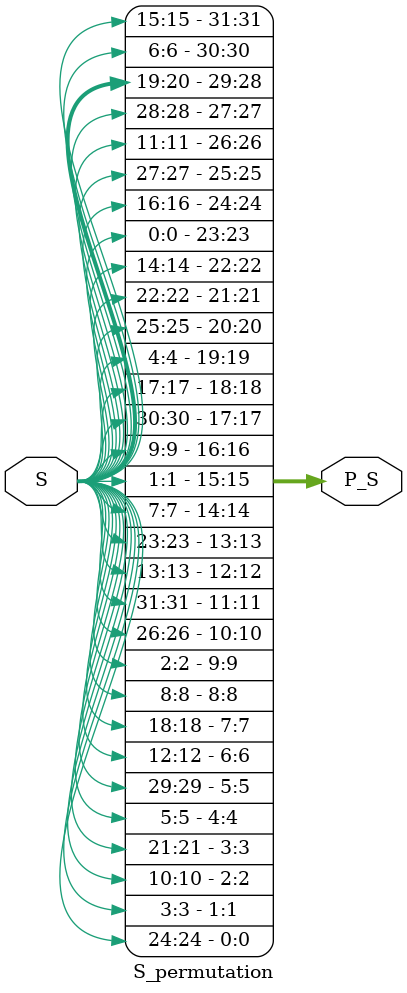
<source format=v>
`timescale 1ns / 1ps


module S_combined(
    input [47:0] Din,
    output [31:0] S_B
    );

wire [31:0] Dtmp;
reg [31:0] Dout;

S1 S1_instance(Din[47:42], Dtmp[31:28]);
S2 S2_instance(Din[41:36], Dtmp[27:24]);
S3 S3_instance(Din[35:30], Dtmp[23:20]);
S4 S4_instance(Din[29:24], Dtmp[19:16]);
S5 S5_instance(Din[23:18], Dtmp[15:12]);
S6 S6_instance(Din[17:12], Dtmp[11:8]);
S7 S7_instance(Din[11:6], Dtmp[7:4]);
S8 S8_instance(Din[5:0], Dtmp[3:0]);

assign S_B = Dtmp;
endmodule

module S_permutation(
    input [0:31] S,
    output [31:0] P_S
	 //, 	 input CLK
    );
/*
reg [0:31] S;

always @(posedge CLK)
begin
    S <= Sin;
end*/
assign P_S = {S[15], S[6], S[19], S[20], S[28], S[11], S[27], S[16], S[0], S[14], S[22], S[25], S[4], S[17], S[30], S[9], S[1], S[7], S[23], S[13], S[31], S[26], S[2], S[8], S[18], S[12], S[29], S[5], S[21], S[10], S[3], S[24]};
endmodule

</source>
